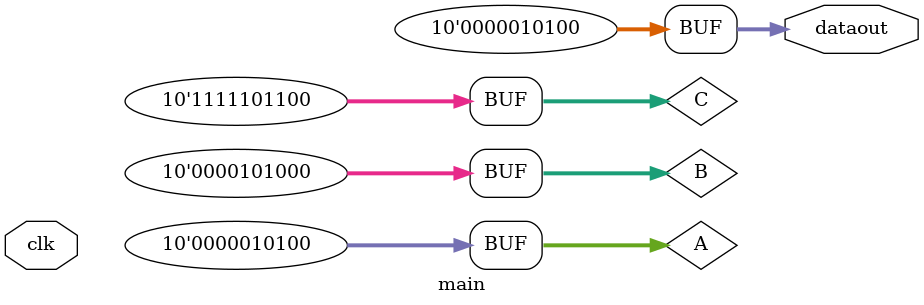
<source format=v>
`timescale 1ns / 1ps
module main(
		clk,
		dataout
    );
// 
input clk;
//
output[9:0] dataout;
//
wire signed[9:0] dataout;
wire[9:0] A,B,C;
//
assign A=20;
assign B=40;
assign C=-A;
assign dataout=B+C;
endmodule

</source>
